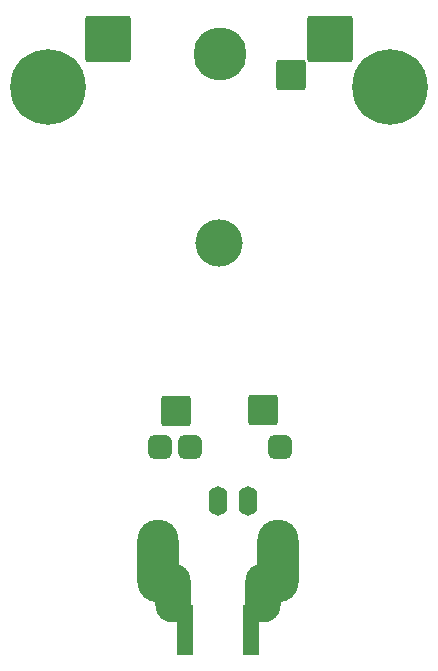
<source format=gbr>
%TF.GenerationSoftware,KiCad,Pcbnew,6.0.2+dfsg-1*%
%TF.CreationDate,2023-08-31T23:38:15+02:00*%
%TF.ProjectId,UnUn_BNC,556e556e-5f42-44e4-932e-6b696361645f,rev?*%
%TF.SameCoordinates,Original*%
%TF.FileFunction,Soldermask,Top*%
%TF.FilePolarity,Negative*%
%FSLAX46Y46*%
G04 Gerber Fmt 4.6, Leading zero omitted, Abs format (unit mm)*
G04 Created by KiCad (PCBNEW 6.0.2+dfsg-1) date 2023-08-31 23:38:15*
%MOMM*%
%LPD*%
G01*
G04 APERTURE LIST*
G04 Aperture macros list*
%AMRoundRect*
0 Rectangle with rounded corners*
0 $1 Rounding radius*
0 $2 $3 $4 $5 $6 $7 $8 $9 X,Y pos of 4 corners*
0 Add a 4 corners polygon primitive as box body*
4,1,4,$2,$3,$4,$5,$6,$7,$8,$9,$2,$3,0*
0 Add four circle primitives for the rounded corners*
1,1,$1+$1,$2,$3*
1,1,$1+$1,$4,$5*
1,1,$1+$1,$6,$7*
1,1,$1+$1,$8,$9*
0 Add four rect primitives between the rounded corners*
20,1,$1+$1,$2,$3,$4,$5,0*
20,1,$1+$1,$4,$5,$6,$7,0*
20,1,$1+$1,$6,$7,$8,$9,0*
20,1,$1+$1,$8,$9,$2,$3,0*%
G04 Aperture macros list end*
%ADD10RoundRect,0.249999X-1.025001X-1.025001X1.025001X-1.025001X1.025001X1.025001X-1.025001X1.025001X0*%
%ADD11RoundRect,0.250002X-1.699998X-1.699998X1.699998X-1.699998X1.699998X1.699998X-1.699998X1.699998X0*%
%ADD12O,1.600000X2.500000*%
%ADD13O,3.500000X7.000000*%
%ADD14C,4.500000*%
%ADD15C,4.000000*%
%ADD16C,0.800000*%
%ADD17C,6.400000*%
%ADD18O,3.000000X5.000000*%
%ADD19RoundRect,0.500000X-0.500000X-0.500000X0.500000X-0.500000X0.500000X0.500000X-0.500000X0.500000X0*%
%ADD20R,1.350000X4.200000*%
G04 APERTURE END LIST*
D10*
%TO.C,U2*%
X121302000Y-79656000D03*
X113902000Y-79756000D03*
X123698000Y-51308000D03*
%TD*%
D11*
%TO.C,J5*%
X108204000Y-48260000D03*
%TD*%
D12*
%TO.C,J1*%
X117525000Y-87375000D03*
D13*
X122605000Y-92455000D03*
D12*
X120065000Y-87375000D03*
D13*
X112445000Y-92455000D03*
%TD*%
D14*
%TO.C,H5*%
X117678200Y-49530000D03*
%TD*%
D11*
%TO.C,J3*%
X127000000Y-48260000D03*
%TD*%
D15*
%TO.C,H5*%
X117602000Y-65532000D03*
%TD*%
D16*
%TO.C,REF\u002A\u002A*%
X132080000Y-49924000D03*
D17*
X132080000Y-52324000D03*
D16*
X132080000Y-54724000D03*
X133777056Y-50626944D03*
X129680000Y-52324000D03*
X130382944Y-54021056D03*
X130382944Y-50626944D03*
X134480000Y-52324000D03*
X133777056Y-54021056D03*
%TD*%
%TO.C,REF\u002A\u002A*%
X103124000Y-49924000D03*
X100724000Y-52324000D03*
X103124000Y-54724000D03*
D17*
X103124000Y-52324000D03*
D16*
X105524000Y-52324000D03*
X104821056Y-50626944D03*
X104821056Y-54021056D03*
X101426944Y-50626944D03*
X101426944Y-54021056D03*
%TD*%
D18*
%TO.C,REF\u002A\u002A*%
X121300000Y-95207500D03*
X113700000Y-95207500D03*
%TD*%
D19*
%TO.C,C1*%
X115135000Y-82804000D03*
X112595000Y-82804000D03*
X122755000Y-82804000D03*
%TD*%
D17*
%TO.C,H1*%
X132080000Y-52324000D03*
%TD*%
D20*
%TO.C,REF\u002A\u002A*%
X120325000Y-98337500D03*
X114675000Y-98337500D03*
%TD*%
M02*

</source>
